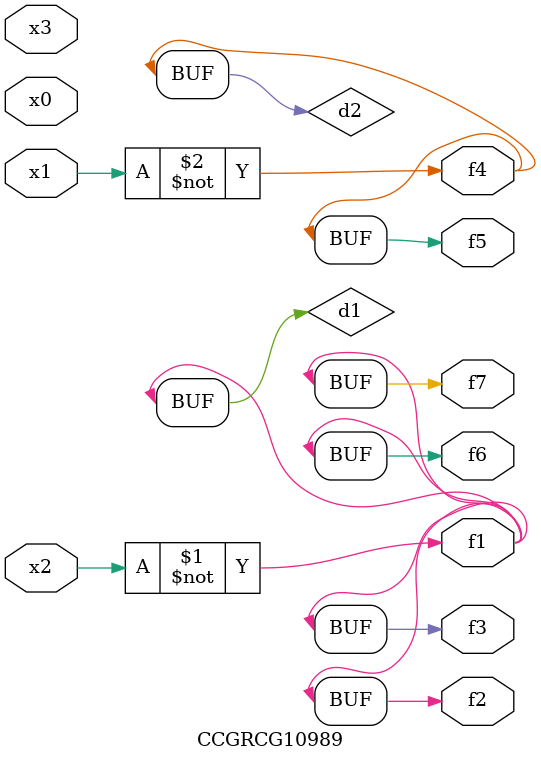
<source format=v>
module CCGRCG10989(
	input x0, x1, x2, x3,
	output f1, f2, f3, f4, f5, f6, f7
);

	wire d1, d2;

	xnor (d1, x2);
	not (d2, x1);
	assign f1 = d1;
	assign f2 = d1;
	assign f3 = d1;
	assign f4 = d2;
	assign f5 = d2;
	assign f6 = d1;
	assign f7 = d1;
endmodule

</source>
